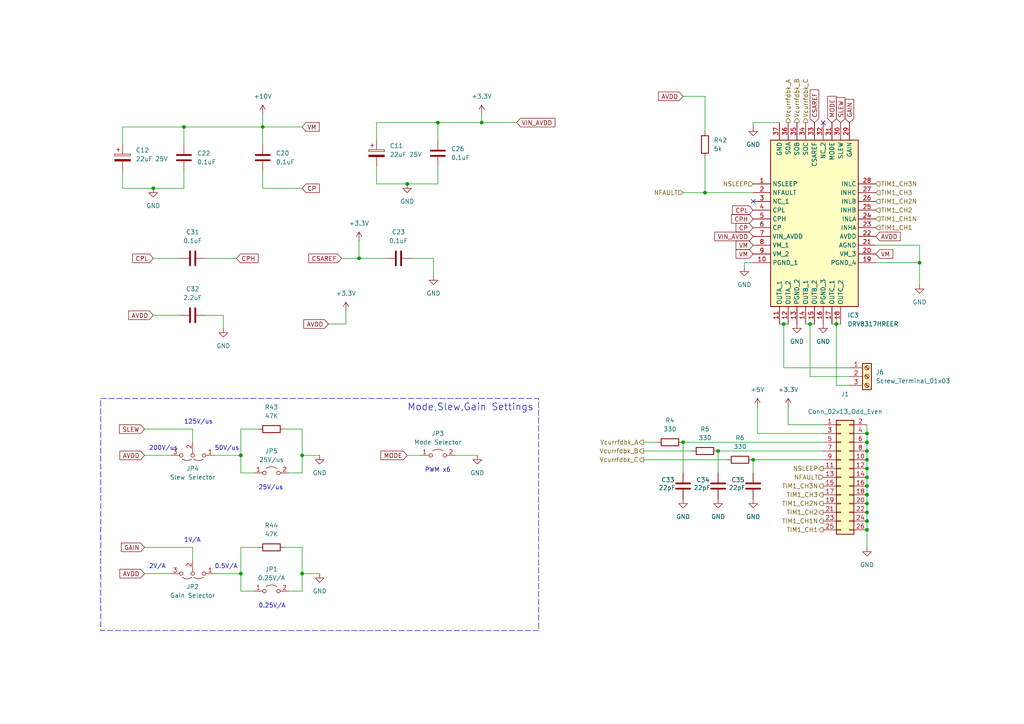
<source format=kicad_sch>
(kicad_sch (version 20250114) (generator "eeschema") (generator_version "9.0")
  (paper "A4")
  (lib_symbols
    (symbol "+3.3V_1" (power) (pin_numbers (hide yes)) (pin_names (offset 0) (hide yes))
      (property "Value" "+3.3V" (at 0 3.556 0))
      (symbol "+3.3V_1_0_1"
        (polyline (pts (xy -0.762 1.27) (xy 0 2.54)))
        (polyline (pts (xy 0 2.54) (xy 0.762 1.27)))
        (polyline (pts (xy 0 0) (xy 0 2.54)))
      )
      (symbol "+3.3V_1_1_1"
        (pin power_in line (at 0 0 90) (length 0) (name "~") (number "1"))
      )
    )
    (symbol "Connector:Screw_Terminal_01x03" (pin_names (offset 1.016) (hide yes))
      (property "Reference" "J" (at 0 5.08 0))
      (property "Value" "Screw_Terminal_01x03" (at 0 -5.08 0))
      (symbol "Screw_Terminal_01x03_1_1"
        (rectangle (start -1.27 3.81) (end 1.27 -3.81) (stroke (width 0.254)) (fill (type background)))
        (polyline (pts (xy -0.5334 2.8702) (xy 0.3302 2.032)) (stroke (width 0.1524)))
        (polyline (pts (xy -0.5334 0.3302) (xy 0.3302 -0.508)) (stroke (width 0.1524)))
        (polyline (pts (xy -0.5334 -2.2098) (xy 0.3302 -3.048)) (stroke (width 0.1524)))
        (polyline (pts (xy -0.3556 3.048) (xy 0.508 2.2098)) (stroke (width 0.1524)))
        (polyline (pts (xy -0.3556 0.508) (xy 0.508 -0.3302)) (stroke (width 0.1524)))
        (polyline (pts (xy -0.3556 -2.032) (xy 0.508 -2.8702)) (stroke (width 0.1524)))
        (circle (center 0 2.54) (radius 0.635) (stroke (width 0.1524)))
        (circle (center 0 0) (radius 0.635) (stroke (width 0.1524)))
        (circle (center 0 -2.54) (radius 0.635) (stroke (width 0.1524)))
        (pin passive line (at -5.08 2.54 0) (length 3.81) (name "Pin_1") (number "1"))
        (pin passive line (at -5.08 0 0) (length 3.81) (name "Pin_2") (number "2"))
        (pin passive line (at -5.08 -2.54 0) (length 3.81) (name "Pin_3") (number "3"))
      )
    )
    (symbol "Connector_Generic:Conn_02x13_Odd_Even" (pin_names (offset 1.016) (hide yes))
      (property "Reference" "J" (at 1.27 17.78 0))
      (property "Value" "Conn_02x13_Odd_Even" (at 1.27 -17.78 0))
      (symbol "Conn_02x13_Odd_Even_1_1"
        (rectangle (start -1.27 16.51) (end 3.81 -16.51) (stroke (width 0.254)) (fill (type background)))
        (rectangle (start -1.27 15.367) (end 0 15.113) (stroke (width 0.1524)))
        (rectangle (start -1.27 12.827) (end 0 12.573) (stroke (width 0.1524)))
        (rectangle (start -1.27 10.287) (end 0 10.033) (stroke (width 0.1524)))
        (rectangle (start -1.27 7.747) (end 0 7.493) (stroke (width 0.1524)))
        (rectangle (start -1.27 5.207) (end 0 4.953) (stroke (width 0.1524)))
        (rectangle (start -1.27 2.667) (end 0 2.413) (stroke (width 0.1524)))
        (rectangle (start -1.27 0.127) (end 0 -0.127) (stroke (width 0.1524)))
        (rectangle (start -1.27 -2.413) (end 0 -2.667) (stroke (width 0.1524)))
        (rectangle (start -1.27 -4.953) (end 0 -5.207) (stroke (width 0.1524)))
        (rectangle (start -1.27 -7.493) (end 0 -7.747) (stroke (width 0.1524)))
        (rectangle (start -1.27 -10.033) (end 0 -10.287) (stroke (width 0.1524)))
        (rectangle (start -1.27 -12.573) (end 0 -12.827) (stroke (width 0.1524)))
        (rectangle (start -1.27 -15.113) (end 0 -15.367) (stroke (width 0.1524)))
        (rectangle (start 3.81 15.367) (end 2.54 15.113) (stroke (width 0.1524)))
        (rectangle (start 3.81 12.827) (end 2.54 12.573) (stroke (width 0.1524)))
        (rectangle (start 3.81 10.287) (end 2.54 10.033) (stroke (width 0.1524)))
        (rectangle (start 3.81 7.747) (end 2.54 7.493) (stroke (width 0.1524)))
        (rectangle (start 3.81 5.207) (end 2.54 4.953) (stroke (width 0.1524)))
        (rectangle (start 3.81 2.667) (end 2.54 2.413) (stroke (width 0.1524)))
        (rectangle (start 3.81 0.127) (end 2.54 -0.127) (stroke (width 0.1524)))
        (rectangle (start 3.81 -2.413) (end 2.54 -2.667) (stroke (width 0.1524)))
        (rectangle (start 3.81 -4.953) (end 2.54 -5.207) (stroke (width 0.1524)))
        (rectangle (start 3.81 -7.493) (end 2.54 -7.747) (stroke (width 0.1524)))
        (rectangle (start 3.81 -10.033) (end 2.54 -10.287) (stroke (width 0.1524)))
        (rectangle (start 3.81 -12.573) (end 2.54 -12.827) (stroke (width 0.1524)))
        (rectangle (start 3.81 -15.113) (end 2.54 -15.367) (stroke (width 0.1524)))
        (pin passive line (at -5.08 15.24 0) (length 3.81) (name "Pin_1") (number "1"))
        (pin passive line (at -5.08 12.7 0) (length 3.81) (name "Pin_3") (number "3"))
        (pin passive line (at -5.08 10.16 0) (length 3.81) (name "Pin_5") (number "5"))
        (pin passive line (at -5.08 7.62 0) (length 3.81) (name "Pin_7") (number "7"))
        (pin passive line (at -5.08 5.08 0) (length 3.81) (name "Pin_9") (number "9"))
        (pin passive line (at -5.08 2.54 0) (length 3.81) (name "Pin_11") (number "11"))
        (pin passive line (at -5.08 0 0) (length 3.81) (name "Pin_13") (number "13"))
        (pin passive line (at -5.08 -2.54 0) (length 3.81) (name "Pin_15") (number "15"))
        (pin passive line (at -5.08 -5.08 0) (length 3.81) (name "Pin_17") (number "17"))
        (pin passive line (at -5.08 -7.62 0) (length 3.81) (name "Pin_19") (number "19"))
        (pin passive line (at -5.08 -10.16 0) (length 3.81) (name "Pin_21") (number "21"))
        (pin passive line (at -5.08 -12.7 0) (length 3.81) (name "Pin_23") (number "23"))
        (pin passive line (at -5.08 -15.24 0) (length 3.81) (name "Pin_25") (number "25"))
        (pin passive line (at 7.62 15.24 180) (length 3.81) (name "Pin_2") (number "2"))
        (pin passive line (at 7.62 12.7 180) (length 3.81) (name "Pin_4") (number "4"))
        (pin passive line (at 7.62 10.16 180) (length 3.81) (name "Pin_6") (number "6"))
        (pin passive line (at 7.62 7.62 180) (length 3.81) (name "Pin_8") (number "8"))
        (pin passive line (at 7.62 5.08 180) (length 3.81) (name "Pin_10") (number "10"))
        (pin passive line (at 7.62 2.54 180) (length 3.81) (name "Pin_12") (number "12"))
        (pin passive line (at 7.62 0 180) (length 3.81) (name "Pin_14") (number "14"))
        (pin passive line (at 7.62 -2.54 180) (length 3.81) (name "Pin_16") (number "16"))
        (pin passive line (at 7.62 -5.08 180) (length 3.81) (name "Pin_18") (number "18"))
        (pin passive line (at 7.62 -7.62 180) (length 3.81) (name "Pin_20") (number "20"))
        (pin passive line (at 7.62 -10.16 180) (length 3.81) (name "Pin_22") (number "22"))
        (pin passive line (at 7.62 -12.7 180) (length 3.81) (name "Pin_24") (number "24"))
        (pin passive line (at 7.62 -15.24 180) (length 3.81) (name "Pin_26") (number "26"))
      )
    )
    (symbol "Device:C" (pin_numbers (hide yes)) (pin_names (offset 0.254))
      (property "Reference" "C" (at 0.635 2.54 0))
      (property "Value" "C" (at 0.635 -2.54 0))
      (symbol "C_0_1"
        (polyline (pts (xy -2.032 0.762) (xy 2.032 0.762)) (stroke (width 0.508)))
        (polyline (pts (xy -2.032 -0.762) (xy 2.032 -0.762)) (stroke (width 0.508)))
      )
      (symbol "C_1_1"
        (pin passive line (at 0 3.81 270) (length 2.794) (name "~") (number "1"))
        (pin passive line (at 0 -3.81 90) (length 2.794) (name "~") (number "2"))
      )
    )
    (symbol "Device:C_Polarized" (pin_numbers (hide yes)) (pin_names (offset 0.254))
      (property "Reference" "C" (at 0.635 2.54 0))
      (property "Value" "C_Polarized" (at 0.635 -2.54 0))
      (symbol "C_Polarized_0_1"
        (rectangle (start -2.286 0.508) (end 2.286 1.016))
        (polyline (pts (xy -1.778 2.286) (xy -0.762 2.286)))
        (polyline (pts (xy -1.27 2.794) (xy -1.27 1.778)))
        (rectangle (start 2.286 -0.508) (end -2.286 -1.016) (fill (type outline)))
      )
      (symbol "C_Polarized_1_1"
        (pin passive line (at 0 3.81 270) (length 2.794) (name "~") (number "1"))
        (pin passive line (at 0 -3.81 90) (length 2.794) (name "~") (number "2"))
      )
    )
    (symbol "Device:R" (pin_numbers (hide yes)) (pin_names (offset 0))
      (property "Reference" "R" (at 2.032 0 90))
      (property "Value" "R" (at 0 0 90))
      (symbol "R_0_1"
        (rectangle (start -1.016 -2.54) (end 1.016 2.54) (stroke (width 0.254)))
      )
      (symbol "R_1_1"
        (pin passive line (at 0 3.81 270) (length 1.27) (name "~") (number "1"))
        (pin passive line (at 0 -3.81 90) (length 1.27) (name "~") (number "2"))
      )
    )
    (symbol "GND_1" (power) (pin_numbers (hide yes)) (pin_names (offset 0) (hide yes))
      (property "Value" "GND" (at 0 -3.81 0))
      (symbol "GND_1_0_1"
        (polyline (pts (xy 0 0) (xy 0 -1.27) (xy 1.27 -1.27) (xy 0 -2.54) (xy -1.27 -1.27) (xy 0 -1.27)))
      )
      (symbol "GND_1_1_1"
        (pin power_in line (at 0 0 270) (length 0) (name "~") (number "1"))
      )
    )
    (symbol "Jumper:Jumper_2_Open" (pin_names (offset 0) (hide yes))
      (property "Reference" "JP" (at 0 2.794 0))
      (property "Value" "Jumper_2_Open" (at 0 -2.286 0))
      (symbol "Jumper_2_Open_0_0"
        (circle (center -2.032 0) (radius 0.508))
        (circle (center 2.032 0) (radius 0.508))
      )
      (symbol "Jumper_2_Open_0_1"
        (arc (start -1.524 1.27) (mid 0 1.778) (end 1.524 1.27))
      )
      (symbol "Jumper_2_Open_1_1"
        (pin passive line (at -5.08 0 0) (length 2.54) (name "A") (number "1"))
        (pin passive line (at 5.08 0 180) (length 2.54) (name "B") (number "2"))
      )
    )
    (symbol "Jumper:Jumper_3_Open" (pin_names (offset 0) (hide yes))
      (property "Reference" "JP" (at -2.54 -2.54 0))
      (property "Value" "Jumper_3_Open" (at 0 2.794 0))
      (symbol "Jumper_3_Open_0_0"
        (circle (center -3.302 0) (radius 0.508))
        (circle (center 0 0) (radius 0.508))
        (circle (center 3.302 0) (radius 0.508))
      )
      (symbol "Jumper_3_Open_0_1"
        (arc (start -3.048 1.016) (mid -1.651 1.4992) (end -0.254 1.016))
        (polyline (pts (xy 0 -0.508) (xy 0 -1.27)))
        (arc (start 0.254 1.016) (mid 1.651 1.4992) (end 3.048 1.016))
      )
      (symbol "Jumper_3_Open_1_1"
        (pin passive line (at -6.35 0 0) (length 2.54) (name "A") (number "1"))
        (pin passive line (at 0 -3.81 90) (length 2.54) (name "C") (number "2"))
        (pin passive line (at 6.35 0 180) (length 2.54) (name "B") (number "3"))
      )
    )
    (symbol "SamacSys_Parts:DRV8317HREER"
      (property "Reference" "IC" (at 31.75 17.78 0))
      (property "Value" "DRV8317HREER" (at 31.75 15.24 0))
      (symbol "DRV8317HREER_1_1"
        (rectangle (start 5.08 12.7) (end 30.48 -35.56) (stroke (width 0.254)) (fill (type background)))
        (pin passive line (at 0 0 0) (length 5.08) (name "NSLEEP") (number "1"))
        (pin passive line (at 0 -2.54 0) (length 5.08) (name "NFAULT") (number "2"))
        (pin passive line (at 0 -5.08 0) (length 5.08) (name "NC_1") (number "3"))
        (pin passive line (at 0 -7.62 0) (length 5.08) (name "CPL") (number "4"))
        (pin passive line (at 0 -10.16 0) (length 5.08) (name "CPH") (number "5"))
        (pin passive line (at 0 -12.7 0) (length 5.08) (name "CP") (number "6"))
        (pin passive line (at 0 -15.24 0) (length 5.08) (name "VIN_AVDD") (number "7"))
        (pin passive line (at 0 -17.78 0) (length 5.08) (name "VM_1") (number "8"))
        (pin passive line (at 0 -20.32 0) (length 5.08) (name "VM_2") (number "9"))
        (pin passive line (at 0 -22.86 0) (length 5.08) (name "PGND_1") (number "10"))
        (pin passive line (at 7.62 17.78 270) (length 5.08) (name "GND") (number "37"))
        (pin passive line (at 7.62 -40.64 90) (length 5.08) (name "OUTA_1") (number "11"))
        (pin passive line (at 10.16 17.78 270) (length 5.08) (name "SOA") (number "36"))
        (pin passive line (at 10.16 -40.64 90) (length 5.08) (name "OUTA_2") (number "12"))
        (pin passive line (at 12.7 17.78 270) (length 5.08) (name "SOB") (number "35"))
        (pin passive line (at 12.7 -40.64 90) (length 5.08) (name "PGND_2") (number "13"))
        (pin passive line (at 15.24 17.78 270) (length 5.08) (name "SOC") (number "34"))
        (pin passive line (at 15.24 -40.64 90) (length 5.08) (name "OUTB_1") (number "14"))
        (pin passive line (at 17.78 17.78 270) (length 5.08) (name "CSAREF") (number "33"))
        (pin passive line (at 17.78 -40.64 90) (length 5.08) (name "OUTB_2") (number "15"))
        (pin passive line (at 20.32 17.78 270) (length 5.08) (name "NC_2") (number "32"))
        (pin passive line (at 20.32 -40.64 90) (length 5.08) (name "PGND_3") (number "16"))
        (pin passive line (at 22.86 17.78 270) (length 5.08) (name "MODE") (number "31"))
        (pin passive line (at 22.86 -40.64 90) (length 5.08) (name "OUTC_1") (number "17"))
        (pin passive line (at 25.4 17.78 270) (length 5.08) (name "SLEW") (number "30"))
        (pin passive line (at 25.4 -40.64 90) (length 5.08) (name "OUTC_2") (number "18"))
        (pin passive line (at 27.94 17.78 270) (length 5.08) (name "GAIN") (number "29"))
        (pin passive line (at 35.56 0 180) (length 5.08) (name "INLC") (number "28"))
        (pin passive line (at 35.56 -2.54 180) (length 5.08) (name "INHC") (number "27"))
        (pin passive line (at 35.56 -5.08 180) (length 5.08) (name "INLB") (number "26"))
        (pin passive line (at 35.56 -7.62 180) (length 5.08) (name "INHB") (number "25"))
        (pin passive line (at 35.56 -10.16 180) (length 5.08) (name "INLA") (number "24"))
        (pin passive line (at 35.56 -12.7 180) (length 5.08) (name "INHA") (number "23"))
        (pin passive line (at 35.56 -15.24 180) (length 5.08) (name "AVDD") (number "22"))
        (pin passive line (at 35.56 -17.78 180) (length 5.08) (name "AGND") (number "21"))
        (pin passive line (at 35.56 -20.32 180) (length 5.08) (name "VM_3") (number "20"))
        (pin passive line (at 35.56 -22.86 180) (length 5.08) (name "PGND_4") (number "19"))
      )
    )
    (symbol "power:+10V" (power) (pin_names (offset 0))
      (property "Value" "+10V" (at 0 3.556 0))
      (symbol "+10V_0_1"
        (polyline (pts (xy -0.762 1.27) (xy 0 2.54)))
        (polyline (pts (xy 0 2.54) (xy 0.762 1.27)))
        (polyline (pts (xy 0 0) (xy 0 2.54)))
      )
      (symbol "+10V_1_1"
        (pin power_in line (at 0 0 90) (length 0) (hide yes) (name "+10V") (number "1"))
      )
    )
    (symbol "power:+3.3V" (power) (pin_names (offset 0))
      (property "Value" "+3.3V" (at 0 3.556 0))
      (symbol "+3.3V_0_1"
        (polyline (pts (xy -0.762 1.27) (xy 0 2.54)))
        (polyline (pts (xy 0 2.54) (xy 0.762 1.27)))
        (polyline (pts (xy 0 0) (xy 0 2.54)))
      )
      (symbol "+3.3V_1_1"
        (pin power_in line (at 0 0 90) (length 0) (hide yes) (name "+3.3V") (number "1"))
      )
    )
    (symbol "power:+5V" (power) (pin_numbers (hide yes)) (pin_names (offset 0) (hide yes))
      (property "Value" "+5V" (at 0 3.556 0))
      (symbol "+5V_0_1"
        (polyline (pts (xy -0.762 1.27) (xy 0 2.54)))
        (polyline (pts (xy 0 2.54) (xy 0.762 1.27)))
        (polyline (pts (xy 0 0) (xy 0 2.54)))
      )
      (symbol "+5V_1_1"
        (pin power_in line (at 0 0 90) (length 0) (name "~") (number "1"))
      )
    )
    (symbol "power:GND" (power) (pin_names (offset 0))
      (property "Value" "GND" (at 0 -3.81 0))
      (symbol "GND_0_1"
        (polyline (pts (xy 0 0) (xy 0 -1.27) (xy 1.27 -1.27) (xy 0 -2.54) (xy -1.27 -1.27) (xy 0 -1.27)))
      )
      (symbol "GND_1_1"
        (pin power_in line (at 0 0 270) (length 0) (hide yes) (name "GND") (number "1"))
      )
    )
  )
  (rectangle (start 29.21 115.57) (end 156.21 182.88) (stroke (width 0) (type dash)))
  (text "1V/A" (at 53.34 157.48 0) (effects (font (size 1.27 1.27)) (justify left bottom)))
  (text "PWM x6" (at 123.19 137.16 0) (effects (font (size 1.27 1.27)) (justify left bottom)))
  (text "25V/us" (at 74.93 142.24 0) (effects (font (size 1.27 1.27)) (justify left bottom)))
  (text "50V/us" (at 62.23 130.81 0) (effects (font (size 1.27 1.27)) (justify left bottom)))
  (text "Mode,Slew,Gain Settings" (at 118.11 119.38 0) (effects (font (size 2 2)) (justify left bottom)))
  (text "200V/us" (at 43.18 130.81 0) (effects (font (size 1.27 1.27)) (justify left bottom)))
  (text "125V/us\n" (at 53.34 123.19 0) (effects (font (size 1.27 1.27)) (justify left bottom)))
  (text "2V/A" (at 43.18 165.1 0) (effects (font (size 1.27 1.27)) (justify left bottom)))
  (text "0.5V/A" (at 62.23 165.1 0) (effects (font (size 1.27 1.27)) (justify left bottom)))
  (text "0.25V/A" (at 74.93 176.53 0) (effects (font (size 1.27 1.27)) (justify left bottom)))
  (junction (at 242.57 93.98))
  (junction (at 139.7 35.56))
  (junction (at 118.11 53.34))
  (junction (at 69.85 166.37))
  (junction (at 251.46 135.89))
  (junction (at 208.28 130.81))
  (junction (at 69.85 132.08))
  (junction (at 251.46 151.13))
  (junction (at 251.46 130.81))
  (junction (at 251.46 153.67))
  (junction (at 104.14 74.93))
  (junction (at 251.46 146.05))
  (junction (at 218.44 133.35))
  (junction (at 227.33 93.98))
  (junction (at 204.47 55.88))
  (junction (at 251.46 143.51))
  (junction (at 251.46 140.97))
  (junction (at 53.34 36.83))
  (junction (at 251.46 125.73))
  (junction (at 198.12 128.27))
  (junction (at 127 35.56))
  (junction (at 251.46 133.35))
  (junction (at 234.95 93.98))
  (junction (at 251.46 138.43))
  (junction (at 44.45 54.61))
  (junction (at 251.46 148.59))
  (junction (at 251.46 128.27))
  (junction (at 266.7 76.2))
  (junction (at 87.63 132.08))
  (junction (at 87.63 166.37))
  (junction (at 76.2 36.83))
  (no_connect (at 218.44 58.42))
  (no_connect (at 238.76 35.56))
  (wire (pts (xy 226.06 93.98) (xy 227.33 93.98)))
  (wire (pts (xy 227.33 93.98) (xy 227.33 106.68)))
  (wire (pts (xy 251.46 153.67) (xy 251.46 158.75)))
  (wire (pts (xy 234.95 93.98) (xy 234.95 109.22)))
  (wire (pts (xy 83.82 171.45) (xy 87.63 171.45)))
  (wire (pts (xy 198.12 128.27) (xy 198.12 137.16)))
  (wire (pts (xy 251.46 148.59) (xy 251.46 151.13)))
  (wire (pts (xy 186.69 130.81) (xy 200.66 130.81)))
  (wire (pts (xy 44.45 91.44) (xy 52.07 91.44)))
  (wire (pts (xy 119.38 74.93) (xy 125.73 74.93)))
  (wire (pts (xy 87.63 54.61) (xy 76.2 54.61)))
  (wire (pts (xy 53.34 36.83) (xy 76.2 36.83)))
  (wire (pts (xy 87.63 166.37) (xy 87.63 171.45)))
  (wire (pts (xy 109.22 35.56) (xy 127 35.56)))
  (wire (pts (xy 53.34 54.61) (xy 44.45 54.61)))
  (wire (pts (xy 92.71 132.08) (xy 87.63 132.08)))
  (wire (pts (xy 251.46 143.51) (xy 251.46 146.05)))
  (wire (pts (xy 208.28 130.81) (xy 238.76 130.81)))
  (wire (pts (xy 62.23 132.08) (xy 69.85 132.08)))
  (wire (pts (xy 238.76 123.19) (xy 228.6 123.19)))
  (wire (pts (xy 246.38 106.68) (xy 227.33 106.68)))
  (wire (pts (xy 76.2 36.83) (xy 76.2 41.91)))
  (wire (pts (xy 99.06 74.93) (xy 104.14 74.93)))
  (wire (pts (xy 44.45 54.61) (xy 35.56 54.61)))
  (wire (pts (xy 251.46 125.73) (xy 251.46 128.27)))
  (wire (pts (xy 104.14 74.93) (xy 111.76 74.93)))
  (wire (pts (xy 218.44 35.56) (xy 218.44 36.83)))
  (wire (pts (xy 109.22 35.56) (xy 109.22 40.64)))
  (wire (pts (xy 118.11 132.08) (xy 121.92 132.08)))
  (wire (pts (xy 55.88 124.46) (xy 55.88 128.27)))
  (wire (pts (xy 204.47 55.88) (xy 218.44 55.88)))
  (wire (pts (xy 218.44 133.35) (xy 238.76 133.35)))
  (wire (pts (xy 118.11 53.34) (xy 109.22 53.34)))
  (wire (pts (xy 69.85 137.16) (xy 69.85 132.08)))
  (wire (pts (xy 76.2 49.53) (xy 76.2 54.61)))
  (wire (pts (xy 83.82 137.16) (xy 87.63 137.16)))
  (wire (pts (xy 69.85 124.46) (xy 74.93 124.46)))
  (wire (pts (xy 69.85 158.75) (xy 74.93 158.75)))
  (wire (pts (xy 53.34 36.83) (xy 53.34 41.91)))
  (wire (pts (xy 35.56 49.53) (xy 35.56 54.61)))
  (wire (pts (xy 35.56 36.83) (xy 35.56 41.91)))
  (wire (pts (xy 87.63 158.75) (xy 87.63 166.37)))
  (wire (pts (xy 218.44 133.35) (xy 218.44 137.16)))
  (wire (pts (xy 73.66 171.45) (xy 69.85 171.45)))
  (wire (pts (xy 227.33 93.98) (xy 228.6 93.98)))
  (wire (pts (xy 69.85 166.37) (xy 69.85 158.75)))
  (wire (pts (xy 251.46 128.27) (xy 251.46 130.81)))
  (wire (pts (xy 198.12 55.88) (xy 204.47 55.88)))
  (wire (pts (xy 69.85 171.45) (xy 69.85 166.37)))
  (wire (pts (xy 82.55 124.46) (xy 87.63 124.46)))
  (wire (pts (xy 41.91 166.37) (xy 49.53 166.37)))
  (wire (pts (xy 266.7 82.55) (xy 266.7 76.2)))
  (wire (pts (xy 251.46 146.05) (xy 251.46 148.59)))
  (wire (pts (xy 254 76.2) (xy 266.7 76.2)))
  (wire (pts (xy 125.73 74.93) (xy 125.73 80.01)))
  (wire (pts (xy 139.7 33.02) (xy 139.7 35.56)))
  (wire (pts (xy 241.3 93.98) (xy 242.57 93.98)))
  (wire (pts (xy 215.9 76.2) (xy 215.9 77.47)))
  (wire (pts (xy 95.25 93.98) (xy 100.33 93.98)))
  (wire (pts (xy 87.63 124.46) (xy 87.63 132.08)))
  (wire (pts (xy 242.57 91.44) (xy 242.57 93.98)))
  (wire (pts (xy 242.57 93.98) (xy 242.57 111.76)))
  (wire (pts (xy 76.2 36.83) (xy 76.2 33.02)))
  (wire (pts (xy 228.6 123.19) (xy 228.6 118.11)))
  (wire (pts (xy 41.91 158.75) (xy 55.88 158.75)))
  (wire (pts (xy 132.08 132.08) (xy 138.43 132.08)))
  (wire (pts (xy 64.77 91.44) (xy 64.77 95.25)))
  (wire (pts (xy 69.85 132.08) (xy 69.85 124.46)))
  (wire (pts (xy 238.76 125.73) (xy 219.71 125.73)))
  (wire (pts (xy 198.12 128.27) (xy 238.76 128.27)))
  (wire (pts (xy 62.23 166.37) (xy 69.85 166.37)))
  (wire (pts (xy 218.44 76.2) (xy 215.9 76.2)))
  (wire (pts (xy 59.69 91.44) (xy 64.77 91.44)))
  (wire (pts (xy 100.33 93.98) (xy 100.33 90.17)))
  (wire (pts (xy 204.47 45.72) (xy 204.47 55.88)))
  (wire (pts (xy 251.46 140.97) (xy 251.46 143.51)))
  (wire (pts (xy 92.71 166.37) (xy 87.63 166.37)))
  (wire (pts (xy 208.28 130.81) (xy 208.28 137.16)))
  (wire (pts (xy 246.38 109.22) (xy 234.95 109.22)))
  (wire (pts (xy 226.06 35.56) (xy 218.44 35.56)))
  (wire (pts (xy 251.46 138.43) (xy 251.46 140.97)))
  (wire (pts (xy 219.71 125.73) (xy 219.71 118.11)))
  (wire (pts (xy 242.57 111.76) (xy 246.38 111.76)))
  (wire (pts (xy 53.34 49.53) (xy 53.34 54.61)))
  (wire (pts (xy 76.2 36.83) (xy 87.63 36.83)))
  (wire (pts (xy 127 35.56) (xy 127 40.64)))
  (wire (pts (xy 198.12 27.94) (xy 204.47 27.94)))
  (wire (pts (xy 41.91 124.46) (xy 55.88 124.46)))
  (wire (pts (xy 82.55 158.75) (xy 87.63 158.75)))
  (wire (pts (xy 251.46 135.89) (xy 251.46 138.43)))
  (wire (pts (xy 55.88 158.75) (xy 55.88 162.56)))
  (wire (pts (xy 251.46 130.81) (xy 251.46 133.35)))
  (wire (pts (xy 266.7 76.2) (xy 266.7 71.12)))
  (wire (pts (xy 44.45 74.93) (xy 52.07 74.93)))
  (wire (pts (xy 204.47 27.94) (xy 204.47 38.1)))
  (wire (pts (xy 59.69 74.93) (xy 68.58 74.93)))
  (wire (pts (xy 109.22 48.26) (xy 109.22 53.34)))
  (wire (pts (xy 87.63 132.08) (xy 87.63 137.16)))
  (wire (pts (xy 104.14 69.85) (xy 104.14 74.93)))
  (wire (pts (xy 41.91 132.08) (xy 49.53 132.08)))
  (wire (pts (xy 139.7 35.56) (xy 149.86 35.56)))
  (wire (pts (xy 251.46 123.19) (xy 251.46 125.73)))
  (wire (pts (xy 127 48.26) (xy 127 53.34)))
  (wire (pts (xy 234.95 93.98) (xy 236.22 93.98)))
  (wire (pts (xy 186.69 133.35) (xy 210.82 133.35)))
  (wire (pts (xy 251.46 151.13) (xy 251.46 153.67)))
  (wire (pts (xy 35.56 36.83) (xy 53.34 36.83)))
  (wire (pts (xy 127 35.56) (xy 139.7 35.56)))
  (wire (pts (xy 186.69 128.27) (xy 190.5 128.27)))
  (wire (pts (xy 251.46 133.35) (xy 251.46 135.89)))
  (wire (pts (xy 127 53.34) (xy 118.11 53.34)))
  (wire (pts (xy 266.7 71.12) (xy 254 71.12)))
  (wire (pts (xy 73.66 137.16) (xy 69.85 137.16)))
  (wire (pts (xy 233.68 93.98) (xy 234.95 93.98)))
  (wire (pts (xy 242.57 93.98) (xy 243.84 93.98)))
  (global_label "MODE" (shape input) (at 118.11 132.08 180) (property "Intersheetrefs" "${INTERSHEET_REFS}" (effects (hide yes))))
  (global_label "AVDD" (shape input) (at 44.45 91.44 180) (property "Intersheetrefs" "${INTERSHEET_REFS}" (effects (hide yes))))
  (global_label "CSAREF" (shape input) (at 236.22 35.56 90) (property "Intersheetrefs" "${INTERSHEET_REFS}" (effects (hide yes))))
  (global_label "AVDD" (shape input) (at 254 68.58 0) (property "Intersheetrefs" "${INTERSHEET_REFS}" (effects (hide yes))))
  (global_label "GAIN" (shape input) (at 246.38 35.56 90) (property "Intersheetrefs" "${INTERSHEET_REFS}" (effects (hide yes))))
  (global_label "VIN_AVDD" (shape input) (at 149.86 35.56 0) (property "Intersheetrefs" "${INTERSHEET_REFS}" (effects (hide yes))))
  (global_label "GAIN" (shape input) (at 41.91 158.75 180) (property "Intersheetrefs" "${INTERSHEET_REFS}" (effects (hide yes))))
  (global_label "VM" (shape input) (at 218.44 71.12 180) (property "Intersheetrefs" "${INTERSHEET_REFS}" (effects (hide yes))))
  (global_label "VIN_AVDD" (shape input) (at 218.44 68.58 180) (property "Intersheetrefs" "${INTERSHEET_REFS}" (effects (hide yes))))
  (global_label "CSAREF" (shape input) (at 99.06 74.93 180) (property "Intersheetrefs" "${INTERSHEET_REFS}" (effects (hide yes))))
  (global_label "VM" (shape input) (at 87.63 36.83 0) (property "Intersheetrefs" "${INTERSHEET_REFS}" (effects (hide yes))))
  (global_label "AVDD" (shape input) (at 198.12 27.94 180) (property "Intersheetrefs" "${INTERSHEET_REFS}" (effects (hide yes))))
  (global_label "CPH" (shape input) (at 68.58 74.93 0) (property "Intersheetrefs" "${INTERSHEET_REFS}" (effects (hide yes))))
  (global_label "SLEW" (shape input) (at 41.91 124.46 180) (property "Intersheetrefs" "${INTERSHEET_REFS}" (effects (hide yes))))
  (global_label "CPH" (shape input) (at 218.44 63.5 180) (property "Intersheetrefs" "${INTERSHEET_REFS}" (effects (hide yes))))
  (global_label "AVDD" (shape input) (at 41.91 132.08 180) (property "Intersheetrefs" "${INTERSHEET_REFS}" (effects (hide yes))))
  (global_label "SLEW" (shape input) (at 243.84 35.56 90) (property "Intersheetrefs" "${INTERSHEET_REFS}" (effects (hide yes))))
  (global_label "CP" (shape input) (at 87.63 54.61 0) (property "Intersheetrefs" "${INTERSHEET_REFS}" (effects (hide yes))))
  (global_label "VM" (shape input) (at 218.44 73.66 180) (property "Intersheetrefs" "${INTERSHEET_REFS}" (effects (hide yes))))
  (global_label "CP" (shape input) (at 218.44 66.04 180) (property "Intersheetrefs" "${INTERSHEET_REFS}" (effects (hide yes))))
  (global_label "MODE" (shape input) (at 241.3 35.56 90) (property "Intersheetrefs" "${INTERSHEET_REFS}" (effects (hide yes))))
  (global_label "AVDD" (shape input) (at 95.25 93.98 180) (property "Intersheetrefs" "${INTERSHEET_REFS}" (effects (hide yes))))
  (global_label "AVDD" (shape input) (at 41.91 166.37 180) (property "Intersheetrefs" "${INTERSHEET_REFS}" (effects (hide yes))))
  (global_label "CPL" (shape input) (at 44.45 74.93 180) (property "Intersheetrefs" "${INTERSHEET_REFS}" (effects (hide yes))))
  (global_label "CPL" (shape input) (at 218.44 60.96 180) (property "Intersheetrefs" "${INTERSHEET_REFS}" (effects (hide yes))))
  (global_label "VM" (shape input) (at 254 73.66 0) (property "Intersheetrefs" "${INTERSHEET_REFS}" (effects (hide yes))))
  (hierarchical_label "NSLEEP" (shape output) (at 238.76 135.89 180))
  (hierarchical_label "TIM1_CH2" (shape output) (at 238.76 148.59 180))
  (hierarchical_label "TIM1_CH2N" (shape output) (at 238.76 146.05 180))
  (hierarchical_label "TIM1_CH2N" (shape input) (at 254 58.42 0))
  (hierarchical_label "Vcurrfdbk_B" (shape output) (at 186.69 130.81 180))
  (hierarchical_label "Vcurrfdbk_B" (shape output) (at 231.14 35.56 90))
  (hierarchical_label "TIM1_CH3N" (shape output) (at 238.76 140.97 180))
  (hierarchical_label "Vcurrfdbk_A" (shape output) (at 186.69 128.27 180))
  (hierarchical_label "Vcurrfdbk_C" (shape output) (at 186.69 133.35 180))
  (hierarchical_label "NFAULT" (shape input) (at 198.12 55.88 180))
  (hierarchical_label "TIM1_CH1N" (shape output) (at 238.76 151.13 180))
  (hierarchical_label "Vcurrfdbk_A" (shape output) (at 232.41 265.43 180))
  (hierarchical_label "TIM1_CH3" (shape output) (at 238.76 143.51 180))
  (hierarchical_label "Vcurrfdbk_C" (shape output) (at 233.68 35.56 90))
  (hierarchical_label "NFAULT" (shape input) (at 238.76 138.43 180))
  (hierarchical_label "TIM1_CH1" (shape input) (at 254 66.04 0))
  (hierarchical_label "NSLEEP" (shape input) (at 218.44 53.34 180))
  (hierarchical_label "TIM1_CH1N" (shape input) (at 254 63.5 0))
  (hierarchical_label "Vcurrfdbk_A" (shape output) (at 228.6 35.56 90))
  (hierarchical_label "TIM1_CH3" (shape input) (at 254 55.88 0))
  (hierarchical_label "TIM1_CH2" (shape input) (at 254 60.96 0))
  (hierarchical_label "TIM1_CH1" (shape output) (at 238.76 153.67 180))
  (hierarchical_label "TIM1_CH3N" (shape input) (at 254 53.34 0))
  (symbol (lib_id "Device:C") (at 198.12 140.97 180) (unit 1)
    (property "Reference" "C33" (at 191.77 139.192 0) (effects (justify right)))
    (property "Value" "22pF" (at 191.008 141.478 0) (effects (justify right)))
    (property "Footprint" "Capacitor_SMD:C_0603_1608Metric" (effects (hide yes)))
    (property "Description" "Unpolarized capacitor" (effects (hide yes)))
  )
  (symbol (lib_id "Device:R") (at 78.74 158.75 90) (unit 1)
    (property "Reference" "R44" (at 78.74 152.4 90))
    (property "Value" "47K" (at 78.74 154.94 90))
    (property "Footprint" "Resistor_SMD:R_0603_1608Metric" (effects (hide yes)))
    (property "Description" "Resistor" (effects (hide yes)))
  )
  (symbol (lib_name "+3.3V_1") (lib_id "power:+3.3V") (at 139.7 33.02 0) (unit 1)
    (property "Reference" "#PWR012" (effects (hide yes)))
    (property "Value" "+3.3V" (at 139.7 27.94 0))
    (property "Description" "Power symbol creates a global label with name \"+3.3V\"" (effects (hide yes)))
  )
  (symbol (lib_id "power:+3.3V") (at 228.6 118.11 0) (unit 1)
    (property "Reference" "#PWR052" (effects (hide yes)))
    (property "Value" "+3.3V" (at 228.6 113.03 0))
  )
  (symbol (lib_id "Device:R") (at 78.74 124.46 90) (unit 1)
    (property "Reference" "R43" (at 78.74 118.11 90))
    (property "Value" "47K" (at 78.74 120.65 90))
    (property "Footprint" "Resistor_SMD:R_0603_1608Metric" (effects (hide yes)))
    (property "Description" "Resistor" (effects (hide yes)))
  )
  (symbol (lib_id "power:GND") (at 208.28 144.78 0) (unit 1)
    (property "Reference" "#PWR055" (effects (hide yes)))
    (property "Value" "GND" (at 208.28 149.86 0))
  )
  (symbol (lib_id "Device:C") (at 53.34 45.72 0) (unit 1)
    (property "Reference" "C22" (at 57.15 44.4499 0) (effects (justify left)))
    (property "Value" "0.1uF" (at 57.15 46.9899 0) (effects (justify left)))
    (property "Footprint" "Capacitor_SMD:C_0603_1608Metric" (effects (hide yes)))
    (property "Description" "Unpolarized capacitor" (effects (hide yes)))
  )
  (symbol (lib_id "Jumper:Jumper_3_Open") (at 55.88 166.37 180) (unit 1)
    (property "Reference" "JP2" (at 55.88 170.18 0))
    (property "Value" "Gain Selector" (at 55.88 172.72 0))
    (property "Footprint" "Connector_PinHeader_2.54mm:PinHeader_1x03_P2.54mm_Vertical" (effects (hide yes)))
  )
  (symbol (lib_id "Device:C") (at 127 44.45 0) (unit 1)
    (property "Reference" "C26" (at 130.81 43.1799 0) (effects (justify left)))
    (property "Value" "0.1uF" (at 130.81 45.7199 0) (effects (justify left)))
    (property "Footprint" "Capacitor_SMD:C_0603_1608Metric" (effects (hide yes)))
    (property "Description" "Unpolarized capacitor" (effects (hide yes)))
  )
  (symbol (lib_id "power:GND") (at 118.11 53.34 0) (unit 1)
    (property "Reference" "#PWR023" (effects (hide yes)))
    (property "Value" "GND" (at 118.11 58.42 0))
  )
  (symbol (lib_id "Connector:Screw_Terminal_01x03") (at 251.46 109.22 0) (unit 1)
    (property "Reference" "J6" (at 254 107.9499 0) (effects (justify left)))
    (property "Value" "Screw_Terminal_01x03" (at 254 110.4899 0) (effects (justify left)))
    (property "Footprint" "TerminalBlock_Phoenix:TerminalBlock_Phoenix_PT-1,5-3-5.0-H_1x03_P5.00mm_Horizontal" (effects (hide yes)))
    (property "Description" "Generic screw terminal, single row, 01x03, script generated (kicad-library-utils/schlib/autogen/connector/)" (effects (hide yes)))
  )
  (symbol (lib_id "power:GND") (at 266.7 82.55 0) (unit 1)
    (property "Reference" "#PWR037" (effects (hide yes)))
    (property "Value" "GND" (at 266.7 87.63 0))
  )
  (symbol (lib_id "power:GND") (at 125.73 80.01 0) (unit 1)
    (property "Reference" "#PWR025" (effects (hide yes)))
    (property "Value" "GND" (at 125.73 85.09 0))
  )
  (symbol (lib_id "Jumper:Jumper_3_Open") (at 55.88 132.08 180) (unit 1)
    (property "Reference" "JP4" (at 55.88 135.89 0))
    (property "Value" "Slew Selector" (at 55.88 138.43 0))
    (property "Footprint" "Connector_PinHeader_2.54mm:PinHeader_1x03_P2.54mm_Vertical" (effects (hide yes)))
  )
  (symbol (lib_id "SamacSys_Parts:DRV8317HREER") (at 218.44 53.34 0) (unit 1)
    (property "Reference" "IC3" (at 245.7959 91.44 0) (effects (justify left)))
    (property "Value" "DRV8317HREER" (at 245.7959 93.98 0) (effects (justify left)))
    (property "Footprint" "SamacSys_Parts:QFN40P400X500X80-37N-D" (effects (hide yes)))
    (property "Datasheet" "https://www.ti.com/lit/ds/symlink/drv8317.pdf" (effects (hide yes)))
    (property "Height" "0.8" (effects (hide yes)))
    (property "Mouser Part Number" "595-DRV8317HREER" (effects (hide yes)))
    (property "Mouser Price/Stock" "https://www.mouser.co.uk/ProductDetail/Texas-Instruments/DRV8317HREER?qs=amGC7iS6iy%252BMUwpQq07OLg%3D%3D" (effects (hide yes)))
    (property "Manufacturer_Name" "Texas Instruments" (effects (hide yes)))
    (property "Manufacturer_Part_Number" "DRV8317HREER" (effects (hide yes)))
  )
  (symbol (lib_id "power:GND") (at 64.77 95.25 0) (unit 1)
    (property "Reference" "#PWR022" (effects (hide yes)))
    (property "Value" "GND" (at 64.77 100.33 0))
  )
  (symbol (lib_id "power:+3.3V") (at 104.14 69.85 0) (unit 1)
    (property "Reference" "#PWR026" (effects (hide yes)))
    (property "Value" "+3.3V" (at 104.14 64.77 0))
  )
  (symbol (lib_id "Device:C") (at 218.44 140.97 180) (unit 1)
    (property "Reference" "C35" (at 212.09 139.192 0) (effects (justify right)))
    (property "Value" "22pF" (at 211.328 141.478 0) (effects (justify right)))
    (property "Footprint" "Capacitor_SMD:C_0603_1608Metric" (effects (hide yes)))
    (property "Description" "Unpolarized capacitor" (effects (hide yes)))
  )
  (symbol (lib_id "power:GND") (at 44.45 54.61 0) (unit 1)
    (property "Reference" "#PWR020" (effects (hide yes)))
    (property "Value" "GND" (at 44.45 59.69 0))
  )
  (symbol (lib_id "Device:R") (at 214.63 133.35 90) (unit 1)
    (property "Reference" "R6" (at 214.63 127 90))
    (property "Value" "330" (at 214.63 129.54 90))
    (property "Footprint" "Resistor_SMD:R_0603_1608Metric" (effects (hide yes)))
    (property "Description" "Resistor" (effects (hide yes)))
  )
  (symbol (lib_id "power:+10V") (at 76.2 33.02 0) (unit 1)
    (property "Reference" "#PWR019" (effects (hide yes)))
    (property "Value" "+10V" (at 76.2 27.94 0))
  )
  (symbol (lib_name "GND_1") (lib_id "power:GND") (at 251.46 158.75 0) (unit 1)
    (property "Reference" "#PWR07" (effects (hide yes)))
    (property "Value" "GND" (at 251.46 163.83 0))
    (property "Description" "Power symbol creates a global label with name \"GND\" , ground" (effects (hide yes)))
  )
  (symbol (lib_id "Device:C") (at 208.28 140.97 180) (unit 1)
    (property "Reference" "C34" (at 201.93 139.192 0) (effects (justify right)))
    (property "Value" "22pF" (at 201.168 141.478 0) (effects (justify right)))
    (property "Footprint" "Capacitor_SMD:C_0603_1608Metric" (effects (hide yes)))
    (property "Description" "Unpolarized capacitor" (effects (hide yes)))
  )
  (symbol (lib_id "Device:C") (at 115.57 74.93 90) (unit 1)
    (property "Reference" "C23" (at 115.57 67.31 90))
    (property "Value" "0.1uF" (at 115.57 69.85 90))
    (property "Footprint" "Capacitor_SMD:C_0603_1608Metric" (effects (hide yes)))
    (property "Description" "Unpolarized capacitor" (effects (hide yes)))
  )
  (symbol (lib_id "power:GND") (at 198.12 144.78 0) (unit 1)
    (property "Reference" "#PWR054" (effects (hide yes)))
    (property "Value" "GND" (at 198.12 149.86 0))
  )
  (symbol (lib_id "Connector_Generic:Conn_02x13_Odd_Even") (at 243.84 138.43 0) (unit 1)
    (property "Reference" "J1" (at 245.11 114.3 0))
    (property "Value" "Conn_02x13_Odd_Even" (at 245.11 119.38 0))
    (property "Footprint" "Connector_IDC:IDC-Header_2x13_P2.54mm_Vertical" (effects (hide yes)))
    (property "Description" "Generic connector, double row, 02x13, odd/even pin numbering scheme (row 1 odd numbers, row 2 even numbers), script generated (kicad-library-utils/schlib/autogen/connector/)" (effects (hide yes)))
  )
  (symbol (lib_id "power:GND") (at 138.43 132.08 0) (unit 1)
    (property "Reference" "#PWR050" (effects (hide yes)))
    (property "Value" "GND" (at 138.43 137.16 0))
  )
  (symbol (lib_id "power:GND") (at 92.71 132.08 0) (unit 1)
    (property "Reference" "#PWR044" (effects (hide yes)))
    (property "Value" "GND" (at 92.71 137.16 0))
  )
  (symbol (lib_id "Device:R") (at 204.47 41.91 180) (unit 1)
    (property "Reference" "R42" (at 207.01 40.6399 0) (effects (justify right)))
    (property "Value" "5k" (at 207.01 43.1799 0) (effects (justify right)))
    (property "Footprint" "Resistor_SMD:R_0805_2012Metric" (effects (hide yes)))
    (property "Description" "Resistor" (effects (hide yes)))
  )
  (symbol (lib_id "Device:R") (at 204.47 130.81 90) (unit 1)
    (property "Reference" "R5" (at 204.47 124.46 90))
    (property "Value" "330" (at 204.47 127 90))
    (property "Footprint" "Resistor_SMD:R_0603_1608Metric" (effects (hide yes)))
    (property "Description" "Resistor" (effects (hide yes)))
  )
  (symbol (lib_id "Device:C") (at 55.88 91.44 90) (unit 1)
    (property "Reference" "C32" (at 55.88 83.82 90))
    (property "Value" "2.2uF" (at 55.88 86.36 90))
    (property "Footprint" "Capacitor_SMD:C_0603_1608Metric" (effects (hide yes)))
    (property "Description" "Unpolarized capacitor" (effects (hide yes)))
  )
  (symbol (lib_id "power:+3.3V") (at 100.33 90.17 0) (unit 1)
    (property "Reference" "#PWR051" (effects (hide yes)))
    (property "Value" "+3.3V" (at 100.33 85.09 0))
  )
  (symbol (lib_id "power:GND") (at 215.9 77.47 0) (unit 1)
    (property "Reference" "#PWR042" (effects (hide yes)))
    (property "Value" "GND" (at 215.9 82.55 0))
  )
  (symbol (lib_id "power:+5V") (at 219.71 118.11 0) (unit 1)
    (property "Reference" "#PWR06" (effects (hide yes)))
    (property "Value" "+5V" (at 219.71 113.03 0))
    (property "Description" "Power symbol creates a global label with name \"+5V\"" (effects (hide yes)))
  )
  (symbol (lib_id "power:GND") (at 92.71 166.37 0) (unit 1)
    (property "Reference" "#PWR045" (effects (hide yes)))
    (property "Value" "GND" (at 92.71 171.45 0))
  )
  (symbol (lib_id "Device:C_Polarized") (at 35.56 45.72 0) (unit 1)
    (property "Reference" "C12" (at 39.37 43.5609 0) (effects (justify left)))
    (property "Value" "22uF 25V" (at 39.37 46.1009 0) (effects (justify left)))
    (property "Footprint" "Capacitor_SMD:CP_Elec_6.3x5.4" (effects (hide yes)))
    (property "Description" "Polarized capacitor" (effects (hide yes)))
  )
  (symbol (lib_id "Device:C") (at 55.88 74.93 90) (unit 1)
    (property "Reference" "C31" (at 55.88 67.31 90))
    (property "Value" "0.1uF" (at 55.88 69.85 90))
    (property "Footprint" "Capacitor_SMD:C_0603_1608Metric" (effects (hide yes)))
    (property "Description" "Unpolarized capacitor" (effects (hide yes)))
  )
  (symbol (lib_id "power:GND") (at 231.14 93.98 0) (unit 1)
    (property "Reference" "#PWR040" (effects (hide yes)))
    (property "Value" "GND" (at 231.14 99.06 0))
  )
  (symbol (lib_id "Device:R") (at 194.31 128.27 90) (unit 1)
    (property "Reference" "R4" (at 194.31 121.92 90))
    (property "Value" "330" (at 194.31 124.46 90))
    (property "Footprint" "Resistor_SMD:R_0603_1608Metric" (effects (hide yes)))
    (property "Description" "Resistor" (effects (hide yes)))
  )
  (symbol (lib_id "power:GND") (at 218.44 144.78 0) (unit 1)
    (property "Reference" "#PWR056" (effects (hide yes)))
    (property "Value" "GND" (at 218.44 149.86 0))
  )
  (symbol (lib_id "power:GND") (at 238.76 93.98 0) (unit 1)
    (property "Reference" "#PWR041" (effects (hide yes)))
    (property "Value" "GND" (at 238.76 99.06 0))
  )
  (symbol (lib_id "power:GND") (at 218.44 36.83 0) (unit 1)
    (property "Reference" "#PWR043" (effects (hide yes)))
    (property "Value" "GND" (at 218.44 41.91 0))
  )
  (symbol (lib_id "Jumper:Jumper_2_Open") (at 78.74 171.45 0) (unit 1)
    (property "Reference" "JP1" (at 78.74 165.1 0))
    (property "Value" "0.25V/A" (at 78.74 167.64 0))
    (property "Footprint" "TestPoint:TestPoint_2Pads_Pitch2.54mm_Drill0.8mm" (effects (hide yes)))
  )
  (symbol (lib_id "Device:C") (at 76.2 45.72 0) (unit 1)
    (property "Reference" "C20" (at 80.01 44.4499 0) (effects (justify left)))
    (property "Value" "0.1uF" (at 80.01 46.9899 0) (effects (justify left)))
    (property "Footprint" "Capacitor_SMD:C_0603_1608Metric" (effects (hide yes)))
    (property "Description" "Unpolarized capacitor" (effects (hide yes)))
  )
  (symbol (lib_id "Jumper:Jumper_2_Open") (at 78.74 137.16 0) (unit 1)
    (property "Reference" "JP5" (at 78.74 130.81 0))
    (property "Value" "25V/us" (at 78.74 133.35 0))
    (property "Footprint" "TestPoint:TestPoint_2Pads_Pitch2.54mm_Drill0.8mm" (effects (hide yes)))
  )
  (symbol (lib_id "Device:C_Polarized") (at 109.22 44.45 0) (unit 1)
    (property "Reference" "C11" (at 113.03 42.2909 0) (effects (justify left)))
    (property "Value" "22uF 25V" (at 113.03 44.8309 0) (effects (justify left)))
    (property "Footprint" "Capacitor_SMD:CP_Elec_6.3x5.4" (effects (hide yes)))
    (property "Description" "Polarized capacitor" (effects (hide yes)))
  )
  (symbol (lib_id "Jumper:Jumper_2_Open") (at 127 132.08 0) (unit 1)
    (property "Reference" "JP3" (at 127 125.73 0))
    (property "Value" "Mode Selector" (at 127 128.27 0))
    (property "Footprint" "TestPoint:TestPoint_2Pads_Pitch2.54mm_Drill0.8mm" (effects (hide yes)))
  )
)
</source>
